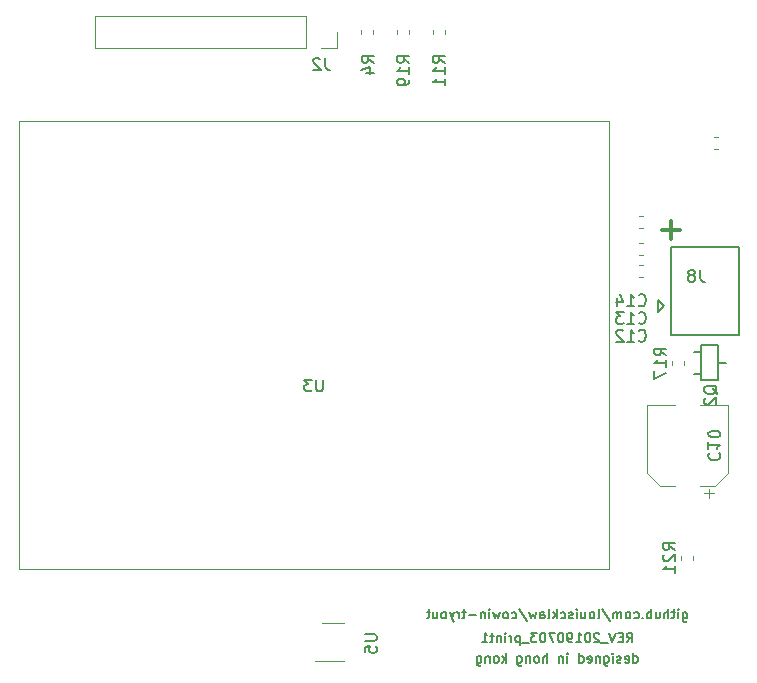
<source format=gbr>
G04 #@! TF.GenerationSoftware,KiCad,Pcbnew,5.1.2-f72e74a~84~ubuntu18.04.1*
G04 #@! TF.CreationDate,2019-07-03T17:04:03+08:00*
G04 #@! TF.ProjectId,cowin-tryout,636f7769-6e2d-4747-9279-6f75742e6b69,rev?*
G04 #@! TF.SameCoordinates,Original*
G04 #@! TF.FileFunction,Legend,Bot*
G04 #@! TF.FilePolarity,Positive*
%FSLAX46Y46*%
G04 Gerber Fmt 4.6, Leading zero omitted, Abs format (unit mm)*
G04 Created by KiCad (PCBNEW 5.1.2-f72e74a~84~ubuntu18.04.1) date 2019-07-03 17:04:03*
%MOMM*%
%LPD*%
G04 APERTURE LIST*
%ADD10C,0.300000*%
%ADD11C,0.150000*%
%ADD12C,0.120000*%
%ADD13C,0.127000*%
%ADD14C,0.200000*%
G04 APERTURE END LIST*
D10*
X110607142Y-73011904D02*
X110607142Y-71488095D01*
X109845238Y-72250000D02*
X111369047Y-72250000D01*
D11*
X110000000Y-78700000D02*
X109500000Y-79200000D01*
X110000000Y-78700000D02*
X109500000Y-78200000D01*
X109500000Y-79200000D02*
X109500000Y-78200000D01*
X116350000Y-73710000D02*
X110600000Y-73710000D01*
X116350000Y-81150000D02*
X110600000Y-81150000D01*
X110600000Y-81150000D02*
X110600000Y-73710000D01*
X116350000Y-81150000D02*
X116350000Y-73710000D01*
D12*
X85410000Y-55328733D02*
X85410000Y-55671267D01*
X84390000Y-55328733D02*
X84390000Y-55671267D01*
X112510000Y-99828733D02*
X112510000Y-100171267D01*
X111490000Y-99828733D02*
X111490000Y-100171267D01*
X90490000Y-55671267D02*
X90490000Y-55328733D01*
X91510000Y-55671267D02*
X91510000Y-55328733D01*
X88410000Y-55328733D02*
X88410000Y-55671267D01*
X87390000Y-55328733D02*
X87390000Y-55671267D01*
X81100000Y-105515000D02*
X82900000Y-105515000D01*
X82900000Y-108735000D02*
X80450000Y-108735000D01*
X105400000Y-63000000D02*
X55400000Y-63000000D01*
X55400000Y-63000000D02*
X55400000Y-101000000D01*
X105400000Y-101000000D02*
X55400000Y-101000000D01*
X105400000Y-63000000D02*
X105400000Y-101000000D01*
X111710000Y-83353733D02*
X111710000Y-83696267D01*
X110690000Y-83353733D02*
X110690000Y-83696267D01*
D13*
X113201500Y-82547500D02*
X112541100Y-82547500D01*
X113201500Y-84452500D02*
X112541100Y-84452500D01*
X114598500Y-83500000D02*
X115258900Y-83500000D01*
X114598500Y-84998600D02*
X114598500Y-82001400D01*
X114598500Y-82001400D02*
X113201500Y-82001400D01*
X113201500Y-82001400D02*
X113201500Y-84998600D01*
X113201500Y-84998600D02*
X114598500Y-84998600D01*
D12*
X82330000Y-56830000D02*
X82330000Y-55500000D01*
X81000000Y-56830000D02*
X82330000Y-56830000D01*
X79730000Y-56830000D02*
X79730000Y-54170000D01*
X79730000Y-54170000D02*
X61890000Y-54170000D01*
X79730000Y-56830000D02*
X61890000Y-56830000D01*
X61890000Y-56830000D02*
X61890000Y-54170000D01*
X107928733Y-71090000D02*
X108271267Y-71090000D01*
X107928733Y-72110000D02*
X108271267Y-72110000D01*
X107928733Y-73390000D02*
X108271267Y-73390000D01*
X107928733Y-74410000D02*
X108271267Y-74410000D01*
X107928733Y-75190000D02*
X108271267Y-75190000D01*
X107928733Y-76210000D02*
X108271267Y-76210000D01*
X114571267Y-65410000D02*
X114228733Y-65410000D01*
X114571267Y-64390000D02*
X114228733Y-64390000D01*
X108590000Y-87090000D02*
X110940000Y-87090000D01*
X115410000Y-87090000D02*
X113060000Y-87090000D01*
X115410000Y-92845563D02*
X115410000Y-87090000D01*
X108590000Y-92845563D02*
X108590000Y-87090000D01*
X109654437Y-93910000D02*
X110940000Y-93910000D01*
X114345563Y-93910000D02*
X113060000Y-93910000D01*
X114345563Y-93910000D02*
X115410000Y-92845563D01*
X109654437Y-93910000D02*
X108590000Y-92845563D01*
X113847500Y-94937500D02*
X113847500Y-94150000D01*
X114241250Y-94543750D02*
X113453750Y-94543750D01*
D11*
X113083333Y-75652380D02*
X113083333Y-76366666D01*
X113130952Y-76509523D01*
X113226190Y-76604761D01*
X113369047Y-76652380D01*
X113464285Y-76652380D01*
X112464285Y-76080952D02*
X112559523Y-76033333D01*
X112607142Y-75985714D01*
X112654761Y-75890476D01*
X112654761Y-75842857D01*
X112607142Y-75747619D01*
X112559523Y-75700000D01*
X112464285Y-75652380D01*
X112273809Y-75652380D01*
X112178571Y-75700000D01*
X112130952Y-75747619D01*
X112083333Y-75842857D01*
X112083333Y-75890476D01*
X112130952Y-75985714D01*
X112178571Y-76033333D01*
X112273809Y-76080952D01*
X112464285Y-76080952D01*
X112559523Y-76128571D01*
X112607142Y-76176190D01*
X112654761Y-76271428D01*
X112654761Y-76461904D01*
X112607142Y-76557142D01*
X112559523Y-76604761D01*
X112464285Y-76652380D01*
X112273809Y-76652380D01*
X112178571Y-76604761D01*
X112130952Y-76557142D01*
X112083333Y-76461904D01*
X112083333Y-76271428D01*
X112130952Y-76176190D01*
X112178571Y-76128571D01*
X112273809Y-76080952D01*
D14*
X106885714Y-107151904D02*
X107152380Y-106770952D01*
X107342857Y-107151904D02*
X107342857Y-106351904D01*
X107038095Y-106351904D01*
X106961904Y-106390000D01*
X106923809Y-106428095D01*
X106885714Y-106504285D01*
X106885714Y-106618571D01*
X106923809Y-106694761D01*
X106961904Y-106732857D01*
X107038095Y-106770952D01*
X107342857Y-106770952D01*
X106542857Y-106732857D02*
X106276190Y-106732857D01*
X106161904Y-107151904D02*
X106542857Y-107151904D01*
X106542857Y-106351904D01*
X106161904Y-106351904D01*
X105933333Y-106351904D02*
X105666666Y-107151904D01*
X105400000Y-106351904D01*
X105323809Y-107228095D02*
X104714285Y-107228095D01*
X104561904Y-106428095D02*
X104523809Y-106390000D01*
X104447619Y-106351904D01*
X104257142Y-106351904D01*
X104180952Y-106390000D01*
X104142857Y-106428095D01*
X104104761Y-106504285D01*
X104104761Y-106580476D01*
X104142857Y-106694761D01*
X104600000Y-107151904D01*
X104104761Y-107151904D01*
X103609523Y-106351904D02*
X103533333Y-106351904D01*
X103457142Y-106390000D01*
X103419047Y-106428095D01*
X103380952Y-106504285D01*
X103342857Y-106656666D01*
X103342857Y-106847142D01*
X103380952Y-106999523D01*
X103419047Y-107075714D01*
X103457142Y-107113809D01*
X103533333Y-107151904D01*
X103609523Y-107151904D01*
X103685714Y-107113809D01*
X103723809Y-107075714D01*
X103761904Y-106999523D01*
X103800000Y-106847142D01*
X103800000Y-106656666D01*
X103761904Y-106504285D01*
X103723809Y-106428095D01*
X103685714Y-106390000D01*
X103609523Y-106351904D01*
X102580952Y-107151904D02*
X103038095Y-107151904D01*
X102809523Y-107151904D02*
X102809523Y-106351904D01*
X102885714Y-106466190D01*
X102961904Y-106542380D01*
X103038095Y-106580476D01*
X102200000Y-107151904D02*
X102047619Y-107151904D01*
X101971428Y-107113809D01*
X101933333Y-107075714D01*
X101857142Y-106961428D01*
X101819047Y-106809047D01*
X101819047Y-106504285D01*
X101857142Y-106428095D01*
X101895238Y-106390000D01*
X101971428Y-106351904D01*
X102123809Y-106351904D01*
X102200000Y-106390000D01*
X102238095Y-106428095D01*
X102276190Y-106504285D01*
X102276190Y-106694761D01*
X102238095Y-106770952D01*
X102200000Y-106809047D01*
X102123809Y-106847142D01*
X101971428Y-106847142D01*
X101895238Y-106809047D01*
X101857142Y-106770952D01*
X101819047Y-106694761D01*
X101323809Y-106351904D02*
X101247619Y-106351904D01*
X101171428Y-106390000D01*
X101133333Y-106428095D01*
X101095238Y-106504285D01*
X101057142Y-106656666D01*
X101057142Y-106847142D01*
X101095238Y-106999523D01*
X101133333Y-107075714D01*
X101171428Y-107113809D01*
X101247619Y-107151904D01*
X101323809Y-107151904D01*
X101400000Y-107113809D01*
X101438095Y-107075714D01*
X101476190Y-106999523D01*
X101514285Y-106847142D01*
X101514285Y-106656666D01*
X101476190Y-106504285D01*
X101438095Y-106428095D01*
X101400000Y-106390000D01*
X101323809Y-106351904D01*
X100790476Y-106351904D02*
X100257142Y-106351904D01*
X100600000Y-107151904D01*
X99800000Y-106351904D02*
X99723809Y-106351904D01*
X99647619Y-106390000D01*
X99609523Y-106428095D01*
X99571428Y-106504285D01*
X99533333Y-106656666D01*
X99533333Y-106847142D01*
X99571428Y-106999523D01*
X99609523Y-107075714D01*
X99647619Y-107113809D01*
X99723809Y-107151904D01*
X99800000Y-107151904D01*
X99876190Y-107113809D01*
X99914285Y-107075714D01*
X99952380Y-106999523D01*
X99990476Y-106847142D01*
X99990476Y-106656666D01*
X99952380Y-106504285D01*
X99914285Y-106428095D01*
X99876190Y-106390000D01*
X99800000Y-106351904D01*
X99266666Y-106351904D02*
X98771428Y-106351904D01*
X99038095Y-106656666D01*
X98923809Y-106656666D01*
X98847619Y-106694761D01*
X98809523Y-106732857D01*
X98771428Y-106809047D01*
X98771428Y-106999523D01*
X98809523Y-107075714D01*
X98847619Y-107113809D01*
X98923809Y-107151904D01*
X99152380Y-107151904D01*
X99228571Y-107113809D01*
X99266666Y-107075714D01*
X98619047Y-107228095D02*
X98009523Y-107228095D01*
X97819047Y-106618571D02*
X97819047Y-107418571D01*
X97819047Y-106656666D02*
X97742857Y-106618571D01*
X97590476Y-106618571D01*
X97514285Y-106656666D01*
X97476190Y-106694761D01*
X97438095Y-106770952D01*
X97438095Y-106999523D01*
X97476190Y-107075714D01*
X97514285Y-107113809D01*
X97590476Y-107151904D01*
X97742857Y-107151904D01*
X97819047Y-107113809D01*
X97095238Y-107151904D02*
X97095238Y-106618571D01*
X97095238Y-106770952D02*
X97057142Y-106694761D01*
X97019047Y-106656666D01*
X96942857Y-106618571D01*
X96866666Y-106618571D01*
X96600000Y-107151904D02*
X96600000Y-106618571D01*
X96600000Y-106351904D02*
X96638095Y-106390000D01*
X96600000Y-106428095D01*
X96561904Y-106390000D01*
X96600000Y-106351904D01*
X96600000Y-106428095D01*
X96219047Y-106618571D02*
X96219047Y-107151904D01*
X96219047Y-106694761D02*
X96180952Y-106656666D01*
X96104761Y-106618571D01*
X95990476Y-106618571D01*
X95914285Y-106656666D01*
X95876190Y-106732857D01*
X95876190Y-107151904D01*
X95609523Y-106618571D02*
X95304761Y-106618571D01*
X95495238Y-106351904D02*
X95495238Y-107037619D01*
X95457142Y-107113809D01*
X95380952Y-107151904D01*
X95304761Y-107151904D01*
X94619047Y-107151904D02*
X95076190Y-107151904D01*
X94847619Y-107151904D02*
X94847619Y-106351904D01*
X94923809Y-106466190D01*
X95000000Y-106542380D01*
X95076190Y-106580476D01*
D11*
X107413095Y-108893904D02*
X107413095Y-108093904D01*
X107413095Y-108855809D02*
X107489285Y-108893904D01*
X107641666Y-108893904D01*
X107717857Y-108855809D01*
X107755952Y-108817714D01*
X107794047Y-108741523D01*
X107794047Y-108512952D01*
X107755952Y-108436761D01*
X107717857Y-108398666D01*
X107641666Y-108360571D01*
X107489285Y-108360571D01*
X107413095Y-108398666D01*
X106727380Y-108855809D02*
X106803571Y-108893904D01*
X106955952Y-108893904D01*
X107032142Y-108855809D01*
X107070238Y-108779619D01*
X107070238Y-108474857D01*
X107032142Y-108398666D01*
X106955952Y-108360571D01*
X106803571Y-108360571D01*
X106727380Y-108398666D01*
X106689285Y-108474857D01*
X106689285Y-108551047D01*
X107070238Y-108627238D01*
X106384523Y-108855809D02*
X106308333Y-108893904D01*
X106155952Y-108893904D01*
X106079761Y-108855809D01*
X106041666Y-108779619D01*
X106041666Y-108741523D01*
X106079761Y-108665333D01*
X106155952Y-108627238D01*
X106270238Y-108627238D01*
X106346428Y-108589142D01*
X106384523Y-108512952D01*
X106384523Y-108474857D01*
X106346428Y-108398666D01*
X106270238Y-108360571D01*
X106155952Y-108360571D01*
X106079761Y-108398666D01*
X105698809Y-108893904D02*
X105698809Y-108360571D01*
X105698809Y-108093904D02*
X105736904Y-108132000D01*
X105698809Y-108170095D01*
X105660714Y-108132000D01*
X105698809Y-108093904D01*
X105698809Y-108170095D01*
X104975000Y-108360571D02*
X104975000Y-109008190D01*
X105013095Y-109084380D01*
X105051190Y-109122476D01*
X105127380Y-109160571D01*
X105241666Y-109160571D01*
X105317857Y-109122476D01*
X104975000Y-108855809D02*
X105051190Y-108893904D01*
X105203571Y-108893904D01*
X105279761Y-108855809D01*
X105317857Y-108817714D01*
X105355952Y-108741523D01*
X105355952Y-108512952D01*
X105317857Y-108436761D01*
X105279761Y-108398666D01*
X105203571Y-108360571D01*
X105051190Y-108360571D01*
X104975000Y-108398666D01*
X104594047Y-108360571D02*
X104594047Y-108893904D01*
X104594047Y-108436761D02*
X104555952Y-108398666D01*
X104479761Y-108360571D01*
X104365476Y-108360571D01*
X104289285Y-108398666D01*
X104251190Y-108474857D01*
X104251190Y-108893904D01*
X103565476Y-108855809D02*
X103641666Y-108893904D01*
X103794047Y-108893904D01*
X103870238Y-108855809D01*
X103908333Y-108779619D01*
X103908333Y-108474857D01*
X103870238Y-108398666D01*
X103794047Y-108360571D01*
X103641666Y-108360571D01*
X103565476Y-108398666D01*
X103527380Y-108474857D01*
X103527380Y-108551047D01*
X103908333Y-108627238D01*
X102841666Y-108893904D02*
X102841666Y-108093904D01*
X102841666Y-108855809D02*
X102917857Y-108893904D01*
X103070238Y-108893904D01*
X103146428Y-108855809D01*
X103184523Y-108817714D01*
X103222619Y-108741523D01*
X103222619Y-108512952D01*
X103184523Y-108436761D01*
X103146428Y-108398666D01*
X103070238Y-108360571D01*
X102917857Y-108360571D01*
X102841666Y-108398666D01*
X101851190Y-108893904D02*
X101851190Y-108360571D01*
X101851190Y-108093904D02*
X101889285Y-108132000D01*
X101851190Y-108170095D01*
X101813095Y-108132000D01*
X101851190Y-108093904D01*
X101851190Y-108170095D01*
X101470238Y-108360571D02*
X101470238Y-108893904D01*
X101470238Y-108436761D02*
X101432142Y-108398666D01*
X101355952Y-108360571D01*
X101241666Y-108360571D01*
X101165476Y-108398666D01*
X101127380Y-108474857D01*
X101127380Y-108893904D01*
X100136904Y-108893904D02*
X100136904Y-108093904D01*
X99794047Y-108893904D02*
X99794047Y-108474857D01*
X99832142Y-108398666D01*
X99908333Y-108360571D01*
X100022619Y-108360571D01*
X100098809Y-108398666D01*
X100136904Y-108436761D01*
X99298809Y-108893904D02*
X99375000Y-108855809D01*
X99413095Y-108817714D01*
X99451190Y-108741523D01*
X99451190Y-108512952D01*
X99413095Y-108436761D01*
X99375000Y-108398666D01*
X99298809Y-108360571D01*
X99184523Y-108360571D01*
X99108333Y-108398666D01*
X99070238Y-108436761D01*
X99032142Y-108512952D01*
X99032142Y-108741523D01*
X99070238Y-108817714D01*
X99108333Y-108855809D01*
X99184523Y-108893904D01*
X99298809Y-108893904D01*
X98689285Y-108360571D02*
X98689285Y-108893904D01*
X98689285Y-108436761D02*
X98651190Y-108398666D01*
X98575000Y-108360571D01*
X98460714Y-108360571D01*
X98384523Y-108398666D01*
X98346428Y-108474857D01*
X98346428Y-108893904D01*
X97622619Y-108360571D02*
X97622619Y-109008190D01*
X97660714Y-109084380D01*
X97698809Y-109122476D01*
X97775000Y-109160571D01*
X97889285Y-109160571D01*
X97965476Y-109122476D01*
X97622619Y-108855809D02*
X97698809Y-108893904D01*
X97851190Y-108893904D01*
X97927380Y-108855809D01*
X97965476Y-108817714D01*
X98003571Y-108741523D01*
X98003571Y-108512952D01*
X97965476Y-108436761D01*
X97927380Y-108398666D01*
X97851190Y-108360571D01*
X97698809Y-108360571D01*
X97622619Y-108398666D01*
X96632142Y-108893904D02*
X96632142Y-108093904D01*
X96555952Y-108589142D02*
X96327380Y-108893904D01*
X96327380Y-108360571D02*
X96632142Y-108665333D01*
X95870238Y-108893904D02*
X95946428Y-108855809D01*
X95984523Y-108817714D01*
X96022619Y-108741523D01*
X96022619Y-108512952D01*
X95984523Y-108436761D01*
X95946428Y-108398666D01*
X95870238Y-108360571D01*
X95755952Y-108360571D01*
X95679761Y-108398666D01*
X95641666Y-108436761D01*
X95603571Y-108512952D01*
X95603571Y-108741523D01*
X95641666Y-108817714D01*
X95679761Y-108855809D01*
X95755952Y-108893904D01*
X95870238Y-108893904D01*
X95260714Y-108360571D02*
X95260714Y-108893904D01*
X95260714Y-108436761D02*
X95222619Y-108398666D01*
X95146428Y-108360571D01*
X95032142Y-108360571D01*
X94955952Y-108398666D01*
X94917857Y-108474857D01*
X94917857Y-108893904D01*
X94194047Y-108360571D02*
X94194047Y-109008190D01*
X94232142Y-109084380D01*
X94270238Y-109122476D01*
X94346428Y-109160571D01*
X94460714Y-109160571D01*
X94536904Y-109122476D01*
X94194047Y-108855809D02*
X94270238Y-108893904D01*
X94422619Y-108893904D01*
X94498809Y-108855809D01*
X94536904Y-108817714D01*
X94575000Y-108741523D01*
X94575000Y-108512952D01*
X94536904Y-108436761D01*
X94498809Y-108398666D01*
X94422619Y-108360571D01*
X94270238Y-108360571D01*
X94194047Y-108398666D01*
X111609523Y-104618571D02*
X111609523Y-105266190D01*
X111647619Y-105342380D01*
X111685714Y-105380476D01*
X111761904Y-105418571D01*
X111876190Y-105418571D01*
X111952380Y-105380476D01*
X111609523Y-105113809D02*
X111685714Y-105151904D01*
X111838095Y-105151904D01*
X111914285Y-105113809D01*
X111952380Y-105075714D01*
X111990476Y-104999523D01*
X111990476Y-104770952D01*
X111952380Y-104694761D01*
X111914285Y-104656666D01*
X111838095Y-104618571D01*
X111685714Y-104618571D01*
X111609523Y-104656666D01*
X111228571Y-105151904D02*
X111228571Y-104618571D01*
X111228571Y-104351904D02*
X111266666Y-104390000D01*
X111228571Y-104428095D01*
X111190476Y-104390000D01*
X111228571Y-104351904D01*
X111228571Y-104428095D01*
X110961904Y-104618571D02*
X110657142Y-104618571D01*
X110847619Y-104351904D02*
X110847619Y-105037619D01*
X110809523Y-105113809D01*
X110733333Y-105151904D01*
X110657142Y-105151904D01*
X110390476Y-105151904D02*
X110390476Y-104351904D01*
X110047619Y-105151904D02*
X110047619Y-104732857D01*
X110085714Y-104656666D01*
X110161904Y-104618571D01*
X110276190Y-104618571D01*
X110352380Y-104656666D01*
X110390476Y-104694761D01*
X109323809Y-104618571D02*
X109323809Y-105151904D01*
X109666666Y-104618571D02*
X109666666Y-105037619D01*
X109628571Y-105113809D01*
X109552380Y-105151904D01*
X109438095Y-105151904D01*
X109361904Y-105113809D01*
X109323809Y-105075714D01*
X108942857Y-105151904D02*
X108942857Y-104351904D01*
X108942857Y-104656666D02*
X108866666Y-104618571D01*
X108714285Y-104618571D01*
X108638095Y-104656666D01*
X108600000Y-104694761D01*
X108561904Y-104770952D01*
X108561904Y-104999523D01*
X108600000Y-105075714D01*
X108638095Y-105113809D01*
X108714285Y-105151904D01*
X108866666Y-105151904D01*
X108942857Y-105113809D01*
X108219047Y-105075714D02*
X108180952Y-105113809D01*
X108219047Y-105151904D01*
X108257142Y-105113809D01*
X108219047Y-105075714D01*
X108219047Y-105151904D01*
X107495238Y-105113809D02*
X107571428Y-105151904D01*
X107723809Y-105151904D01*
X107800000Y-105113809D01*
X107838095Y-105075714D01*
X107876190Y-104999523D01*
X107876190Y-104770952D01*
X107838095Y-104694761D01*
X107800000Y-104656666D01*
X107723809Y-104618571D01*
X107571428Y-104618571D01*
X107495238Y-104656666D01*
X107038095Y-105151904D02*
X107114285Y-105113809D01*
X107152380Y-105075714D01*
X107190476Y-104999523D01*
X107190476Y-104770952D01*
X107152380Y-104694761D01*
X107114285Y-104656666D01*
X107038095Y-104618571D01*
X106923809Y-104618571D01*
X106847619Y-104656666D01*
X106809523Y-104694761D01*
X106771428Y-104770952D01*
X106771428Y-104999523D01*
X106809523Y-105075714D01*
X106847619Y-105113809D01*
X106923809Y-105151904D01*
X107038095Y-105151904D01*
X106428571Y-105151904D02*
X106428571Y-104618571D01*
X106428571Y-104694761D02*
X106390476Y-104656666D01*
X106314285Y-104618571D01*
X106200000Y-104618571D01*
X106123809Y-104656666D01*
X106085714Y-104732857D01*
X106085714Y-105151904D01*
X106085714Y-104732857D02*
X106047619Y-104656666D01*
X105971428Y-104618571D01*
X105857142Y-104618571D01*
X105780952Y-104656666D01*
X105742857Y-104732857D01*
X105742857Y-105151904D01*
X104790476Y-104313809D02*
X105476190Y-105342380D01*
X104409523Y-105151904D02*
X104485714Y-105113809D01*
X104523809Y-105037619D01*
X104523809Y-104351904D01*
X103990476Y-105151904D02*
X104066666Y-105113809D01*
X104104761Y-105075714D01*
X104142857Y-104999523D01*
X104142857Y-104770952D01*
X104104761Y-104694761D01*
X104066666Y-104656666D01*
X103990476Y-104618571D01*
X103876190Y-104618571D01*
X103800000Y-104656666D01*
X103761904Y-104694761D01*
X103723809Y-104770952D01*
X103723809Y-104999523D01*
X103761904Y-105075714D01*
X103800000Y-105113809D01*
X103876190Y-105151904D01*
X103990476Y-105151904D01*
X103038095Y-104618571D02*
X103038095Y-105151904D01*
X103380952Y-104618571D02*
X103380952Y-105037619D01*
X103342857Y-105113809D01*
X103266666Y-105151904D01*
X103152380Y-105151904D01*
X103076190Y-105113809D01*
X103038095Y-105075714D01*
X102657142Y-105151904D02*
X102657142Y-104618571D01*
X102657142Y-104351904D02*
X102695238Y-104390000D01*
X102657142Y-104428095D01*
X102619047Y-104390000D01*
X102657142Y-104351904D01*
X102657142Y-104428095D01*
X102314285Y-105113809D02*
X102238095Y-105151904D01*
X102085714Y-105151904D01*
X102009523Y-105113809D01*
X101971428Y-105037619D01*
X101971428Y-104999523D01*
X102009523Y-104923333D01*
X102085714Y-104885238D01*
X102200000Y-104885238D01*
X102276190Y-104847142D01*
X102314285Y-104770952D01*
X102314285Y-104732857D01*
X102276190Y-104656666D01*
X102200000Y-104618571D01*
X102085714Y-104618571D01*
X102009523Y-104656666D01*
X101285714Y-105113809D02*
X101361904Y-105151904D01*
X101514285Y-105151904D01*
X101590476Y-105113809D01*
X101628571Y-105075714D01*
X101666666Y-104999523D01*
X101666666Y-104770952D01*
X101628571Y-104694761D01*
X101590476Y-104656666D01*
X101514285Y-104618571D01*
X101361904Y-104618571D01*
X101285714Y-104656666D01*
X100942857Y-105151904D02*
X100942857Y-104351904D01*
X100866666Y-104847142D02*
X100638095Y-105151904D01*
X100638095Y-104618571D02*
X100942857Y-104923333D01*
X100180952Y-105151904D02*
X100257142Y-105113809D01*
X100295238Y-105037619D01*
X100295238Y-104351904D01*
X99533333Y-105151904D02*
X99533333Y-104732857D01*
X99571428Y-104656666D01*
X99647619Y-104618571D01*
X99800000Y-104618571D01*
X99876190Y-104656666D01*
X99533333Y-105113809D02*
X99609523Y-105151904D01*
X99800000Y-105151904D01*
X99876190Y-105113809D01*
X99914285Y-105037619D01*
X99914285Y-104961428D01*
X99876190Y-104885238D01*
X99800000Y-104847142D01*
X99609523Y-104847142D01*
X99533333Y-104809047D01*
X99228571Y-104618571D02*
X99076190Y-105151904D01*
X98923809Y-104770952D01*
X98771428Y-105151904D01*
X98619047Y-104618571D01*
X97742857Y-104313809D02*
X98428571Y-105342380D01*
X97133333Y-105113809D02*
X97209523Y-105151904D01*
X97361904Y-105151904D01*
X97438095Y-105113809D01*
X97476190Y-105075714D01*
X97514285Y-104999523D01*
X97514285Y-104770952D01*
X97476190Y-104694761D01*
X97438095Y-104656666D01*
X97361904Y-104618571D01*
X97209523Y-104618571D01*
X97133333Y-104656666D01*
X96676190Y-105151904D02*
X96752380Y-105113809D01*
X96790476Y-105075714D01*
X96828571Y-104999523D01*
X96828571Y-104770952D01*
X96790476Y-104694761D01*
X96752380Y-104656666D01*
X96676190Y-104618571D01*
X96561904Y-104618571D01*
X96485714Y-104656666D01*
X96447619Y-104694761D01*
X96409523Y-104770952D01*
X96409523Y-104999523D01*
X96447619Y-105075714D01*
X96485714Y-105113809D01*
X96561904Y-105151904D01*
X96676190Y-105151904D01*
X96142857Y-104618571D02*
X95990476Y-105151904D01*
X95838095Y-104770952D01*
X95685714Y-105151904D01*
X95533333Y-104618571D01*
X95228571Y-105151904D02*
X95228571Y-104618571D01*
X95228571Y-104351904D02*
X95266666Y-104390000D01*
X95228571Y-104428095D01*
X95190476Y-104390000D01*
X95228571Y-104351904D01*
X95228571Y-104428095D01*
X94847619Y-104618571D02*
X94847619Y-105151904D01*
X94847619Y-104694761D02*
X94809523Y-104656666D01*
X94733333Y-104618571D01*
X94619047Y-104618571D01*
X94542857Y-104656666D01*
X94504761Y-104732857D01*
X94504761Y-105151904D01*
X94123809Y-104847142D02*
X93514285Y-104847142D01*
X93247619Y-104618571D02*
X92942857Y-104618571D01*
X93133333Y-104351904D02*
X93133333Y-105037619D01*
X93095238Y-105113809D01*
X93019047Y-105151904D01*
X92942857Y-105151904D01*
X92676190Y-105151904D02*
X92676190Y-104618571D01*
X92676190Y-104770952D02*
X92638095Y-104694761D01*
X92600000Y-104656666D01*
X92523809Y-104618571D01*
X92447619Y-104618571D01*
X92257142Y-104618571D02*
X92066666Y-105151904D01*
X91876190Y-104618571D02*
X92066666Y-105151904D01*
X92142857Y-105342380D01*
X92180952Y-105380476D01*
X92257142Y-105418571D01*
X91457142Y-105151904D02*
X91533333Y-105113809D01*
X91571428Y-105075714D01*
X91609523Y-104999523D01*
X91609523Y-104770952D01*
X91571428Y-104694761D01*
X91533333Y-104656666D01*
X91457142Y-104618571D01*
X91342857Y-104618571D01*
X91266666Y-104656666D01*
X91228571Y-104694761D01*
X91190476Y-104770952D01*
X91190476Y-104999523D01*
X91228571Y-105075714D01*
X91266666Y-105113809D01*
X91342857Y-105151904D01*
X91457142Y-105151904D01*
X90504761Y-104618571D02*
X90504761Y-105151904D01*
X90847619Y-104618571D02*
X90847619Y-105037619D01*
X90809523Y-105113809D01*
X90733333Y-105151904D01*
X90619047Y-105151904D01*
X90542857Y-105113809D01*
X90504761Y-105075714D01*
X90238095Y-104618571D02*
X89933333Y-104618571D01*
X90123809Y-104351904D02*
X90123809Y-105037619D01*
X90085714Y-105113809D01*
X90009523Y-105151904D01*
X89933333Y-105151904D01*
X85452380Y-58083333D02*
X84976190Y-57750000D01*
X85452380Y-57511904D02*
X84452380Y-57511904D01*
X84452380Y-57892857D01*
X84500000Y-57988095D01*
X84547619Y-58035714D01*
X84642857Y-58083333D01*
X84785714Y-58083333D01*
X84880952Y-58035714D01*
X84928571Y-57988095D01*
X84976190Y-57892857D01*
X84976190Y-57511904D01*
X84785714Y-58940476D02*
X85452380Y-58940476D01*
X84404761Y-58702380D02*
X85119047Y-58464285D01*
X85119047Y-59083333D01*
X110952380Y-99357142D02*
X110476190Y-99023809D01*
X110952380Y-98785714D02*
X109952380Y-98785714D01*
X109952380Y-99166666D01*
X110000000Y-99261904D01*
X110047619Y-99309523D01*
X110142857Y-99357142D01*
X110285714Y-99357142D01*
X110380952Y-99309523D01*
X110428571Y-99261904D01*
X110476190Y-99166666D01*
X110476190Y-98785714D01*
X110047619Y-99738095D02*
X110000000Y-99785714D01*
X109952380Y-99880952D01*
X109952380Y-100119047D01*
X110000000Y-100214285D01*
X110047619Y-100261904D01*
X110142857Y-100309523D01*
X110238095Y-100309523D01*
X110380952Y-100261904D01*
X110952380Y-99690476D01*
X110952380Y-100309523D01*
X110952380Y-101261904D02*
X110952380Y-100690476D01*
X110952380Y-100976190D02*
X109952380Y-100976190D01*
X110095238Y-100880952D01*
X110190476Y-100785714D01*
X110238095Y-100690476D01*
X91452380Y-58107142D02*
X90976190Y-57773809D01*
X91452380Y-57535714D02*
X90452380Y-57535714D01*
X90452380Y-57916666D01*
X90500000Y-58011904D01*
X90547619Y-58059523D01*
X90642857Y-58107142D01*
X90785714Y-58107142D01*
X90880952Y-58059523D01*
X90928571Y-58011904D01*
X90976190Y-57916666D01*
X90976190Y-57535714D01*
X91452380Y-59059523D02*
X91452380Y-58488095D01*
X91452380Y-58773809D02*
X90452380Y-58773809D01*
X90595238Y-58678571D01*
X90690476Y-58583333D01*
X90738095Y-58488095D01*
X91452380Y-60011904D02*
X91452380Y-59440476D01*
X91452380Y-59726190D02*
X90452380Y-59726190D01*
X90595238Y-59630952D01*
X90690476Y-59535714D01*
X90738095Y-59440476D01*
X88452380Y-58107142D02*
X87976190Y-57773809D01*
X88452380Y-57535714D02*
X87452380Y-57535714D01*
X87452380Y-57916666D01*
X87500000Y-58011904D01*
X87547619Y-58059523D01*
X87642857Y-58107142D01*
X87785714Y-58107142D01*
X87880952Y-58059523D01*
X87928571Y-58011904D01*
X87976190Y-57916666D01*
X87976190Y-57535714D01*
X88452380Y-59059523D02*
X88452380Y-58488095D01*
X88452380Y-58773809D02*
X87452380Y-58773809D01*
X87595238Y-58678571D01*
X87690476Y-58583333D01*
X87738095Y-58488095D01*
X88452380Y-59535714D02*
X88452380Y-59726190D01*
X88404761Y-59821428D01*
X88357142Y-59869047D01*
X88214285Y-59964285D01*
X88023809Y-60011904D01*
X87642857Y-60011904D01*
X87547619Y-59964285D01*
X87500000Y-59916666D01*
X87452380Y-59821428D01*
X87452380Y-59630952D01*
X87500000Y-59535714D01*
X87547619Y-59488095D01*
X87642857Y-59440476D01*
X87880952Y-59440476D01*
X87976190Y-59488095D01*
X88023809Y-59535714D01*
X88071428Y-59630952D01*
X88071428Y-59821428D01*
X88023809Y-59916666D01*
X87976190Y-59964285D01*
X87880952Y-60011904D01*
X84702380Y-106488095D02*
X85511904Y-106488095D01*
X85607142Y-106535714D01*
X85654761Y-106583333D01*
X85702380Y-106678571D01*
X85702380Y-106869047D01*
X85654761Y-106964285D01*
X85607142Y-107011904D01*
X85511904Y-107059523D01*
X84702380Y-107059523D01*
X84702380Y-108011904D02*
X84702380Y-107535714D01*
X85178571Y-107488095D01*
X85130952Y-107535714D01*
X85083333Y-107630952D01*
X85083333Y-107869047D01*
X85130952Y-107964285D01*
X85178571Y-108011904D01*
X85273809Y-108059523D01*
X85511904Y-108059523D01*
X85607142Y-108011904D01*
X85654761Y-107964285D01*
X85702380Y-107869047D01*
X85702380Y-107630952D01*
X85654761Y-107535714D01*
X85607142Y-107488095D01*
X81161904Y-84928380D02*
X81161904Y-85737904D01*
X81114285Y-85833142D01*
X81066666Y-85880761D01*
X80971428Y-85928380D01*
X80780952Y-85928380D01*
X80685714Y-85880761D01*
X80638095Y-85833142D01*
X80590476Y-85737904D01*
X80590476Y-84928380D01*
X80209523Y-84928380D02*
X79590476Y-84928380D01*
X79923809Y-85309333D01*
X79780952Y-85309333D01*
X79685714Y-85356952D01*
X79638095Y-85404571D01*
X79590476Y-85499809D01*
X79590476Y-85737904D01*
X79638095Y-85833142D01*
X79685714Y-85880761D01*
X79780952Y-85928380D01*
X80066666Y-85928380D01*
X80161904Y-85880761D01*
X80209523Y-85833142D01*
X110222380Y-82882142D02*
X109746190Y-82548809D01*
X110222380Y-82310714D02*
X109222380Y-82310714D01*
X109222380Y-82691666D01*
X109270000Y-82786904D01*
X109317619Y-82834523D01*
X109412857Y-82882142D01*
X109555714Y-82882142D01*
X109650952Y-82834523D01*
X109698571Y-82786904D01*
X109746190Y-82691666D01*
X109746190Y-82310714D01*
X110222380Y-83834523D02*
X110222380Y-83263095D01*
X110222380Y-83548809D02*
X109222380Y-83548809D01*
X109365238Y-83453571D01*
X109460476Y-83358333D01*
X109508095Y-83263095D01*
X109222380Y-84167857D02*
X109222380Y-84834523D01*
X110222380Y-84405952D01*
X114547619Y-86154761D02*
X114500000Y-86059523D01*
X114404761Y-85964285D01*
X114261904Y-85821428D01*
X114214285Y-85726190D01*
X114214285Y-85630952D01*
X114452380Y-85678571D02*
X114404761Y-85583333D01*
X114309523Y-85488095D01*
X114119047Y-85440476D01*
X113785714Y-85440476D01*
X113595238Y-85488095D01*
X113500000Y-85583333D01*
X113452380Y-85678571D01*
X113452380Y-85869047D01*
X113500000Y-85964285D01*
X113595238Y-86059523D01*
X113785714Y-86107142D01*
X114119047Y-86107142D01*
X114309523Y-86059523D01*
X114404761Y-85964285D01*
X114452380Y-85869047D01*
X114452380Y-85678571D01*
X113547619Y-86488095D02*
X113500000Y-86535714D01*
X113452380Y-86630952D01*
X113452380Y-86869047D01*
X113500000Y-86964285D01*
X113547619Y-87011904D01*
X113642857Y-87059523D01*
X113738095Y-87059523D01*
X113880952Y-87011904D01*
X114452380Y-86440476D01*
X114452380Y-87059523D01*
X81333333Y-57702380D02*
X81333333Y-58416666D01*
X81380952Y-58559523D01*
X81476190Y-58654761D01*
X81619047Y-58702380D01*
X81714285Y-58702380D01*
X80904761Y-57797619D02*
X80857142Y-57750000D01*
X80761904Y-57702380D01*
X80523809Y-57702380D01*
X80428571Y-57750000D01*
X80380952Y-57797619D01*
X80333333Y-57892857D01*
X80333333Y-57988095D01*
X80380952Y-58130952D01*
X80952380Y-58702380D01*
X80333333Y-58702380D01*
X107892857Y-78607142D02*
X107940476Y-78654761D01*
X108083333Y-78702380D01*
X108178571Y-78702380D01*
X108321428Y-78654761D01*
X108416666Y-78559523D01*
X108464285Y-78464285D01*
X108511904Y-78273809D01*
X108511904Y-78130952D01*
X108464285Y-77940476D01*
X108416666Y-77845238D01*
X108321428Y-77750000D01*
X108178571Y-77702380D01*
X108083333Y-77702380D01*
X107940476Y-77750000D01*
X107892857Y-77797619D01*
X106940476Y-78702380D02*
X107511904Y-78702380D01*
X107226190Y-78702380D02*
X107226190Y-77702380D01*
X107321428Y-77845238D01*
X107416666Y-77940476D01*
X107511904Y-77988095D01*
X106083333Y-78035714D02*
X106083333Y-78702380D01*
X106321428Y-77654761D02*
X106559523Y-78369047D01*
X105940476Y-78369047D01*
X107892857Y-80107142D02*
X107940476Y-80154761D01*
X108083333Y-80202380D01*
X108178571Y-80202380D01*
X108321428Y-80154761D01*
X108416666Y-80059523D01*
X108464285Y-79964285D01*
X108511904Y-79773809D01*
X108511904Y-79630952D01*
X108464285Y-79440476D01*
X108416666Y-79345238D01*
X108321428Y-79250000D01*
X108178571Y-79202380D01*
X108083333Y-79202380D01*
X107940476Y-79250000D01*
X107892857Y-79297619D01*
X106940476Y-80202380D02*
X107511904Y-80202380D01*
X107226190Y-80202380D02*
X107226190Y-79202380D01*
X107321428Y-79345238D01*
X107416666Y-79440476D01*
X107511904Y-79488095D01*
X106607142Y-79202380D02*
X105988095Y-79202380D01*
X106321428Y-79583333D01*
X106178571Y-79583333D01*
X106083333Y-79630952D01*
X106035714Y-79678571D01*
X105988095Y-79773809D01*
X105988095Y-80011904D01*
X106035714Y-80107142D01*
X106083333Y-80154761D01*
X106178571Y-80202380D01*
X106464285Y-80202380D01*
X106559523Y-80154761D01*
X106607142Y-80107142D01*
X107892857Y-81607142D02*
X107940476Y-81654761D01*
X108083333Y-81702380D01*
X108178571Y-81702380D01*
X108321428Y-81654761D01*
X108416666Y-81559523D01*
X108464285Y-81464285D01*
X108511904Y-81273809D01*
X108511904Y-81130952D01*
X108464285Y-80940476D01*
X108416666Y-80845238D01*
X108321428Y-80750000D01*
X108178571Y-80702380D01*
X108083333Y-80702380D01*
X107940476Y-80750000D01*
X107892857Y-80797619D01*
X106940476Y-81702380D02*
X107511904Y-81702380D01*
X107226190Y-81702380D02*
X107226190Y-80702380D01*
X107321428Y-80845238D01*
X107416666Y-80940476D01*
X107511904Y-80988095D01*
X106559523Y-80797619D02*
X106511904Y-80750000D01*
X106416666Y-80702380D01*
X106178571Y-80702380D01*
X106083333Y-80750000D01*
X106035714Y-80797619D01*
X105988095Y-80892857D01*
X105988095Y-80988095D01*
X106035714Y-81130952D01*
X106607142Y-81702380D01*
X105988095Y-81702380D01*
X113892857Y-91142857D02*
X113845238Y-91190476D01*
X113797619Y-91333333D01*
X113797619Y-91428571D01*
X113845238Y-91571428D01*
X113940476Y-91666666D01*
X114035714Y-91714285D01*
X114226190Y-91761904D01*
X114369047Y-91761904D01*
X114559523Y-91714285D01*
X114654761Y-91666666D01*
X114750000Y-91571428D01*
X114797619Y-91428571D01*
X114797619Y-91333333D01*
X114750000Y-91190476D01*
X114702380Y-91142857D01*
X113797619Y-90190476D02*
X113797619Y-90761904D01*
X113797619Y-90476190D02*
X114797619Y-90476190D01*
X114654761Y-90571428D01*
X114559523Y-90666666D01*
X114511904Y-90761904D01*
X114797619Y-89571428D02*
X114797619Y-89476190D01*
X114750000Y-89380952D01*
X114702380Y-89333333D01*
X114607142Y-89285714D01*
X114416666Y-89238095D01*
X114178571Y-89238095D01*
X113988095Y-89285714D01*
X113892857Y-89333333D01*
X113845238Y-89380952D01*
X113797619Y-89476190D01*
X113797619Y-89571428D01*
X113845238Y-89666666D01*
X113892857Y-89714285D01*
X113988095Y-89761904D01*
X114178571Y-89809523D01*
X114416666Y-89809523D01*
X114607142Y-89761904D01*
X114702380Y-89714285D01*
X114750000Y-89666666D01*
X114797619Y-89571428D01*
M02*

</source>
